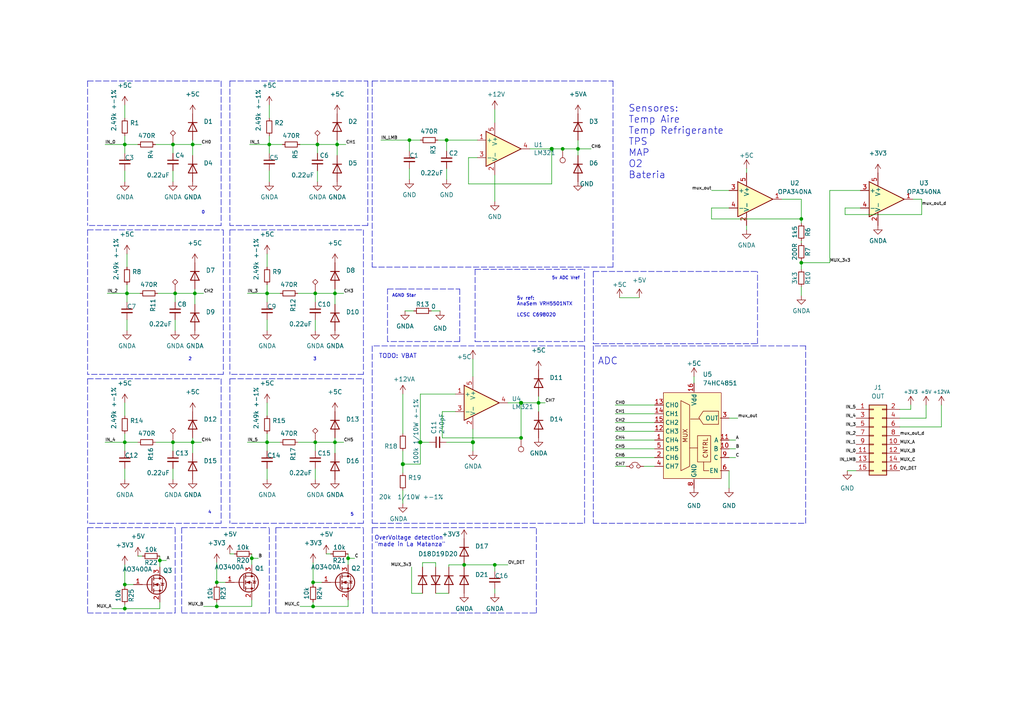
<source format=kicad_sch>
(kicad_sch (version 20211123) (generator eeschema)
  (paper "A4")
  (junction (at 55.88 128.27))
  (junction (at 91.44 85.09))
  (junction (at 92.075 41.91))
  (junction (at 151.13 116.84) (diameter 1.016))
  (junction (at 36.83 85.09))
  (junction (at 36.195 41.91))
  (junction (at 36.195 176.53))
  (junction (at 156.21 116.84))
  (junction (at 78.105 41.91))
  (junction (at 77.47 128.27))
  (junction (at 91.44 128.27))
  (junction (at 50.165 128.27))
  (junction (at 97.155 128.27))
  (junction (at 90.805 168.91))
  (junction (at 167.64 43.18))
  (junction (at 50.165 41.91))
  (junction (at 90.805 175.895))
  (junction (at 116.84 134.62) (diameter 1.016))
  (junction (at 100.965 161.925))
  (junction (at 77.47 85.09))
  (junction (at 55.88 41.91))
  (junction (at 73.025 161.925))
  (junction (at 232.41 76.2))
  (junction (at 129.54 40.64))
  (junction (at 151.13 127))
  (junction (at 137.16 128.27) (diameter 1.016))
  (junction (at 97.79 41.91))
  (junction (at 232.41 63.5))
  (junction (at 118.745 40.64))
  (junction (at 160.02 43.18) (diameter 1.016))
  (junction (at 134.62 163.83))
  (junction (at 163.195 43.18))
  (junction (at 46.355 162.56))
  (junction (at 62.865 175.895))
  (junction (at 97.155 85.09))
  (junction (at 62.865 168.91))
  (junction (at 36.195 169.545))
  (junction (at 121.92 128.27) (diameter 1.016))
  (junction (at 36.195 128.27))
  (junction (at 56.515 85.09))
  (junction (at 50.8 85.09))
  (junction (at 143.51 163.83))
  (polyline (pts (xy 233.68 100.33) (xy 172.085 100.33)) (stroke (width 0) (type dash)))
  (wire (pts (xy 240.665 55.245) (xy 249.555 55.245)))
  (wire (pts (xy 56.515 85.09) (xy 59.055 85.09)))
  (wire (pts (xy 55.88 41.91) (xy 55.88 45.085)))
  (polyline (pts (xy 25.4 153.035) (xy 50.8 153.035)))
  (wire (pts (xy 232.41 57.785) (xy 226.695 57.785)))
  (wire (pts (xy 55.88 128.27) (xy 58.42 128.27)))
  (wire (pts (xy 128.27 127) (xy 151.13 127)))
  (wire (pts (xy 30.48 41.91) (xy 36.195 41.91)))
  (wire (pts (xy 36.195 128.27) (xy 36.195 130.81)))
  (wire (pts (xy 206.375 63.5) (xy 232.41 63.5)))
  (polyline (pts (xy 80.01 153.035) (xy 105.41 153.035)))
  (wire (pts (xy 143.51 50.8) (xy 143.51 58.42)))
  (wire (pts (xy 36.83 82.55) (xy 36.83 85.09)))
  (wire (pts (xy 36.195 30.48) (xy 36.195 34.29)))
  (polyline (pts (xy 233.68 151.765) (xy 233.68 100.33)) (stroke (width 0) (type dash)))
  (polyline (pts (xy 155.575 177.8) (xy 155.575 153.035)))
  (wire (pts (xy 211.455 132.715) (xy 213.36 132.715)))
  (wire (pts (xy 77.47 128.27) (xy 81.28 128.27)))
  (polyline (pts (xy 116.205 83.82) (xy 133.35 83.82)))
  (wire (pts (xy 100.965 161.925) (xy 102.87 161.925)))
  (polyline (pts (xy 80.01 177.8) (xy 105.41 177.8)))
  (wire (pts (xy 122.555 163.195) (xy 126.365 163.195)))
  (wire (pts (xy 56.515 83.82) (xy 56.515 85.09)))
  (wire (pts (xy 92.075 49.53) (xy 92.075 52.705)))
  (wire (pts (xy 50.165 49.53) (xy 50.165 52.705)))
  (wire (pts (xy 97.155 127) (xy 97.155 128.27)))
  (wire (pts (xy 90.805 168.91) (xy 93.345 168.91)))
  (wire (pts (xy 77.47 128.27) (xy 77.47 130.81)))
  (wire (pts (xy 50.165 130.81) (xy 50.165 128.27)))
  (polyline (pts (xy 105.41 109.855) (xy 105.41 151.765)))
  (wire (pts (xy 45.72 85.09) (xy 50.8 85.09)))
  (wire (pts (xy 77.47 135.89) (xy 77.47 139.065)))
  (wire (pts (xy 73.025 160.655) (xy 73.025 161.925)))
  (wire (pts (xy 245.11 60.325) (xy 245.11 62.23)))
  (wire (pts (xy 156.21 116.84) (xy 156.21 119.38)))
  (wire (pts (xy 116.84 114.3) (xy 116.84 125.73)))
  (wire (pts (xy 36.195 125.73) (xy 36.195 128.27)))
  (polyline (pts (xy 137.795 99.06) (xy 169.545 99.06)))
  (wire (pts (xy 151.13 116.84) (xy 156.21 116.84)))
  (wire (pts (xy 92.075 44.45) (xy 92.075 41.91)))
  (polyline (pts (xy 172.085 78.74) (xy 172.085 99.695)))
  (wire (pts (xy 211.455 136.525) (xy 211.455 141.605)))
  (wire (pts (xy 71.755 128.27) (xy 77.47 128.27)))
  (wire (pts (xy 36.83 73.66) (xy 36.83 77.47)))
  (polyline (pts (xy 105.41 108.585) (xy 66.675 108.585)))
  (polyline (pts (xy 169.545 100.33) (xy 107.95 100.33)) (stroke (width 0) (type dash)))
  (polyline (pts (xy 133.35 99.06) (xy 112.395 99.06)))
  (polyline (pts (xy 172.085 78.74) (xy 219.71 78.74)))
  (polyline (pts (xy 78.105 177.8) (xy 78.105 153.035)))
  (wire (pts (xy 36.195 41.91) (xy 40.005 41.91)))
  (wire (pts (xy 137.16 128.27) (xy 137.16 124.46)))
  (wire (pts (xy 97.155 85.09) (xy 99.695 85.09)))
  (wire (pts (xy 178.435 127.635) (xy 189.865 127.635)))
  (wire (pts (xy 138.43 45.72) (xy 135.89 45.72)))
  (wire (pts (xy 126.365 163.195) (xy 126.365 164.465)))
  (wire (pts (xy 151.13 116.84) (xy 147.32 116.84)))
  (polyline (pts (xy 66.675 23.495) (xy 106.68 23.495)))
  (wire (pts (xy 178.435 135.255) (xy 181.61 135.255)))
  (wire (pts (xy 130.175 164.465) (xy 130.175 163.83)))
  (wire (pts (xy 66.675 160.655) (xy 67.945 160.655)))
  (wire (pts (xy 91.44 92.71) (xy 91.44 95.885)))
  (wire (pts (xy 77.47 85.09) (xy 81.28 85.09)))
  (polyline (pts (xy 106.68 23.495) (xy 106.68 65.405)))
  (wire (pts (xy 36.83 85.09) (xy 40.64 85.09)))
  (wire (pts (xy 73.025 161.925) (xy 73.025 163.83)))
  (polyline (pts (xy 25.4 23.495) (xy 64.135 23.495)))
  (wire (pts (xy 50.8 92.71) (xy 50.8 95.885)))
  (wire (pts (xy 143.51 165.735) (xy 143.51 163.83)))
  (polyline (pts (xy 107.95 100.33) (xy 107.95 151.765)) (stroke (width 0) (type dash)))
  (polyline (pts (xy 52.705 153.035) (xy 78.105 153.035)))
  (wire (pts (xy 211.455 130.175) (xy 213.36 130.175)))
  (wire (pts (xy 116.84 134.62) (xy 116.84 137.16)))
  (wire (pts (xy 71.755 85.09) (xy 77.47 85.09)))
  (wire (pts (xy 45.085 41.91) (xy 50.165 41.91)))
  (wire (pts (xy 92.075 41.91) (xy 97.79 41.91)))
  (wire (pts (xy 232.41 63.5) (xy 232.41 57.785)))
  (wire (pts (xy 232.41 76.2) (xy 232.41 78.105)))
  (wire (pts (xy 135.89 45.72) (xy 135.89 53.34)))
  (polyline (pts (xy 112.395 83.82) (xy 116.205 83.82)))
  (wire (pts (xy 91.44 135.89) (xy 91.44 139.065)))
  (wire (pts (xy 151.13 127) (xy 151.13 116.84)))
  (wire (pts (xy 73.025 161.925) (xy 74.93 161.925)))
  (wire (pts (xy 273.05 123.825) (xy 260.985 123.825)))
  (wire (pts (xy 90.805 163.195) (xy 90.805 168.91)))
  (wire (pts (xy 178.435 122.555) (xy 189.865 122.555)))
  (polyline (pts (xy 50.8 177.8) (xy 50.8 153.035)))
  (polyline (pts (xy 112.395 99.06) (xy 112.395 83.82)))
  (polyline (pts (xy 172.085 99.695) (xy 219.71 99.695)))
  (wire (pts (xy 78.105 41.91) (xy 81.915 41.91)))
  (wire (pts (xy 232.41 63.5) (xy 232.41 64.77)))
  (polyline (pts (xy 172.085 151.765) (xy 233.68 151.765)) (stroke (width 0) (type dash)))
  (polyline (pts (xy 64.77 66.675) (xy 64.77 108.585)))
  (wire (pts (xy 55.88 127) (xy 55.88 128.27)))
  (wire (pts (xy 117.475 90.17) (xy 120.015 90.17)))
  (wire (pts (xy 206.375 60.325) (xy 206.375 63.5)))
  (wire (pts (xy 121.92 114.3) (xy 121.92 128.27)))
  (wire (pts (xy 100.965 160.655) (xy 100.965 161.925)))
  (wire (pts (xy 50.8 87.63) (xy 50.8 85.09)))
  (wire (pts (xy 167.64 43.18) (xy 167.64 45.085)))
  (polyline (pts (xy 25.4 66.675) (xy 64.77 66.675)))
  (wire (pts (xy 97.79 41.91) (xy 97.79 45.085)))
  (wire (pts (xy 97.155 128.27) (xy 97.155 131.445)))
  (polyline (pts (xy 107.95 177.8) (xy 155.575 177.8)))
  (wire (pts (xy 211.455 60.325) (xy 206.375 60.325)))
  (wire (pts (xy 156.21 116.84) (xy 158.115 116.84)))
  (wire (pts (xy 130.175 163.83) (xy 134.62 163.83)))
  (wire (pts (xy 36.195 169.545) (xy 38.735 169.545)))
  (polyline (pts (xy 169.545 151.765) (xy 169.545 100.33)) (stroke (width 0) (type dash)))
  (wire (pts (xy 128.27 119.38) (xy 128.27 127)))
  (wire (pts (xy 121.92 114.3) (xy 132.08 114.3)))
  (wire (pts (xy 78.105 30.48) (xy 78.105 34.29)))
  (wire (pts (xy 62.865 175.895) (xy 73.025 175.895)))
  (polyline (pts (xy 64.135 65.405) (xy 25.4 65.405)))
  (wire (pts (xy 135.89 53.34) (xy 160.02 53.34)))
  (wire (pts (xy 36.195 175.26) (xy 36.195 176.53)))
  (wire (pts (xy 36.83 92.71) (xy 36.83 95.885)))
  (wire (pts (xy 86.995 175.895) (xy 90.805 175.895)))
  (wire (pts (xy 127 40.64) (xy 129.54 40.64)))
  (wire (pts (xy 62.865 174.625) (xy 62.865 175.895)))
  (wire (pts (xy 77.47 73.66) (xy 77.47 77.47)))
  (wire (pts (xy 160.02 53.34) (xy 160.02 43.18)))
  (wire (pts (xy 62.865 168.91) (xy 65.405 168.91)))
  (polyline (pts (xy 105.41 66.675) (xy 105.41 108.585)))
  (wire (pts (xy 167.64 43.18) (xy 171.45 43.18)))
  (wire (pts (xy 206.375 55.245) (xy 211.455 55.245)))
  (polyline (pts (xy 80.01 153.035) (xy 80.01 177.8)))
  (wire (pts (xy 143.51 170.815) (xy 143.51 172.085)))
  (wire (pts (xy 232.41 83.185) (xy 232.41 85.725)))
  (polyline (pts (xy 169.545 99.06) (xy 169.545 78.105)))
  (wire (pts (xy 134.62 163.83) (xy 134.62 164.465)))
  (wire (pts (xy 36.195 170.18) (xy 36.195 169.545)))
  (wire (pts (xy 46.355 162.56) (xy 46.355 164.465)))
  (polyline (pts (xy 105.41 177.8) (xy 105.41 153.035)))
  (wire (pts (xy 62.865 163.195) (xy 62.865 168.91)))
  (wire (pts (xy 36.195 41.91) (xy 36.195 44.45)))
  (wire (pts (xy 143.51 35.56) (xy 143.51 31.75)))
  (wire (pts (xy 240.665 76.2) (xy 240.665 55.245)))
  (wire (pts (xy 86.36 85.09) (xy 91.44 85.09)))
  (wire (pts (xy 36.83 85.09) (xy 36.83 87.63)))
  (polyline (pts (xy 172.085 100.33) (xy 172.085 151.765)) (stroke (width 0) (type dash)))
  (wire (pts (xy 249.555 60.325) (xy 245.11 60.325)))
  (wire (pts (xy 118.745 40.64) (xy 121.92 40.64)))
  (wire (pts (xy 97.79 40.64) (xy 97.79 41.91)))
  (wire (pts (xy 77.47 116.84) (xy 77.47 120.65)))
  (wire (pts (xy 46.355 161.29) (xy 46.355 162.56)))
  (polyline (pts (xy 105.41 151.765) (xy 66.675 151.765)))
  (polyline (pts (xy 25.4 153.035) (xy 25.4 177.8)))
  (wire (pts (xy 178.435 125.095) (xy 189.865 125.095)))
  (wire (pts (xy 178.435 120.015) (xy 189.865 120.015)))
  (polyline (pts (xy 66.675 23.495) (xy 66.675 65.405)))
  (polyline (pts (xy 107.95 153.035) (xy 155.575 153.035)))
  (wire (pts (xy 97.155 128.27) (xy 99.695 128.27)))
  (wire (pts (xy 134.62 163.83) (xy 143.51 163.83)))
  (wire (pts (xy 77.47 85.09) (xy 77.47 87.63)))
  (polyline (pts (xy 107.95 23.495) (xy 107.95 77.47)))
  (wire (pts (xy 36.195 176.53) (xy 46.355 176.53)))
  (polyline (pts (xy 133.35 83.82) (xy 133.35 99.06)))
  (wire (pts (xy 160.02 43.18) (xy 163.195 43.18)))
  (wire (pts (xy 91.44 87.63) (xy 91.44 85.09)))
  (polyline (pts (xy 107.95 151.765) (xy 169.545 151.765)) (stroke (width 0) (type dash)))
  (polyline (pts (xy 25.4 23.495) (xy 25.4 65.405)))
  (wire (pts (xy 50.165 41.91) (xy 55.88 41.91)))
  (wire (pts (xy 55.88 41.91) (xy 58.42 41.91)))
  (wire (pts (xy 245.745 136.525) (xy 248.285 136.525)))
  (wire (pts (xy 36.195 39.37) (xy 36.195 41.91)))
  (wire (pts (xy 56.515 85.09) (xy 56.515 88.265)))
  (wire (pts (xy 163.195 43.18) (xy 167.64 43.18)))
  (wire (pts (xy 86.995 41.91) (xy 92.075 41.91)))
  (polyline (pts (xy 137.795 78.105) (xy 169.545 78.105)))
  (wire (pts (xy 91.44 85.09) (xy 97.155 85.09)))
  (wire (pts (xy 40.005 161.29) (xy 41.275 161.29)))
  (polyline (pts (xy 64.135 23.495) (xy 64.135 65.405)))
  (wire (pts (xy 232.41 75.565) (xy 232.41 76.2)))
  (polyline (pts (xy 177.8 77.47) (xy 107.95 77.47)))
  (wire (pts (xy 118.745 48.895) (xy 118.745 52.07)))
  (wire (pts (xy 129.54 128.27) (xy 137.16 128.27)))
  (wire (pts (xy 167.64 40.64) (xy 167.64 43.18)))
  (wire (pts (xy 90.805 175.895) (xy 100.965 175.895)))
  (polyline (pts (xy 177.8 23.495) (xy 177.8 77.47)))
  (polyline (pts (xy 25.4 109.855) (xy 25.4 151.765)))
  (wire (pts (xy 137.16 130.81) (xy 137.16 128.27)))
  (polyline (pts (xy 66.675 109.855) (xy 105.41 109.855)))
  (wire (pts (xy 78.105 39.37) (xy 78.105 41.91)))
  (wire (pts (xy 97.79 41.91) (xy 100.33 41.91)))
  (wire (pts (xy 143.51 163.83) (xy 147.32 163.83)))
  (wire (pts (xy 62.865 169.545) (xy 62.865 168.91)))
  (polyline (pts (xy 66.675 66.675) (xy 66.675 108.585)))
  (wire (pts (xy 97.155 85.09) (xy 97.155 88.265)))
  (wire (pts (xy 110.49 40.64) (xy 118.745 40.64)))
  (wire (pts (xy 36.195 116.84) (xy 36.195 120.65)))
  (wire (pts (xy 178.435 117.475) (xy 189.865 117.475)))
  (wire (pts (xy 121.92 128.27) (xy 121.92 134.62)))
  (wire (pts (xy 216.535 48.895) (xy 216.535 50.165)))
  (wire (pts (xy 77.47 82.55) (xy 77.47 85.09)))
  (wire (pts (xy 116.84 130.81) (xy 116.84 134.62)))
  (wire (pts (xy 97.155 83.82) (xy 97.155 85.09)))
  (wire (pts (xy 264.16 118.745) (xy 260.985 118.745)))
  (wire (pts (xy 137.16 109.22) (xy 137.16 104.14)))
  (wire (pts (xy 186.69 135.255) (xy 189.865 135.255)))
  (wire (pts (xy 126.365 172.085) (xy 130.175 172.085)))
  (polyline (pts (xy 25.4 109.855) (xy 64.135 109.855)))
  (wire (pts (xy 46.355 162.56) (xy 48.26 162.56)))
  (polyline (pts (xy 106.68 65.405) (xy 66.675 65.405)))
  (wire (pts (xy 119.38 172.085) (xy 122.555 172.085)))
  (wire (pts (xy 94.615 160.655) (xy 95.885 160.655)))
  (wire (pts (xy 267.335 57.785) (xy 264.795 57.785)))
  (wire (pts (xy 178.435 130.175) (xy 189.865 130.175)))
  (wire (pts (xy 119.38 164.465) (xy 119.38 172.085)))
  (wire (pts (xy 129.54 40.64) (xy 129.54 43.815)))
  (wire (pts (xy 36.195 163.83) (xy 36.195 169.545)))
  (wire (pts (xy 59.055 175.895) (xy 62.865 175.895)))
  (wire (pts (xy 36.195 128.27) (xy 40.005 128.27)))
  (wire (pts (xy 232.41 69.85) (xy 232.41 70.485)))
  (wire (pts (xy 264.16 117.475) (xy 264.16 118.745)))
  (polyline (pts (xy 66.675 109.855) (xy 66.675 151.765)))
  (wire (pts (xy 78.105 41.91) (xy 78.105 44.45)))
  (wire (pts (xy 50.165 128.27) (xy 55.88 128.27)))
  (wire (pts (xy 78.105 49.53) (xy 78.105 52.705)))
  (wire (pts (xy 36.195 49.53) (xy 36.195 52.705)))
  (wire (pts (xy 73.025 173.99) (xy 73.025 175.895)))
  (wire (pts (xy 50.165 135.89) (xy 50.165 139.065)))
  (wire (pts (xy 55.88 40.64) (xy 55.88 41.91)))
  (wire (pts (xy 273.05 117.475) (xy 273.05 123.825)))
  (wire (pts (xy 46.355 174.625) (xy 46.355 176.53)))
  (polyline (pts (xy 64.77 108.585) (xy 25.4 108.585)))
  (wire (pts (xy 125.095 90.17) (xy 127.635 90.17)))
  (wire (pts (xy 216.535 65.405) (xy 216.535 66.675)))
  (wire (pts (xy 50.165 44.45) (xy 50.165 41.91)))
  (wire (pts (xy 91.44 128.27) (xy 97.155 128.27)))
  (wire (pts (xy 232.41 76.2) (xy 240.665 76.2)))
  (wire (pts (xy 30.48 128.27) (xy 36.195 128.27)))
  (polyline (pts (xy 64.135 151.765) (xy 25.4 151.765)))
  (wire (pts (xy 129.54 40.64) (xy 138.43 40.64)))
  (wire (pts (xy 50.8 85.09) (xy 56.515 85.09)))
  (wire (pts (xy 77.47 125.73) (xy 77.47 128.27)))
  (wire (pts (xy 86.36 128.27) (xy 91.44 128.27)))
  (wire (pts (xy 201.295 109.22) (xy 201.295 111.125)))
  (wire (pts (xy 91.44 130.81) (xy 91.44 128.27)))
  (polyline (pts (xy 25.4 177.8) (xy 50.8 177.8)))
  (wire (pts (xy 132.08 119.38) (xy 128.27 119.38)))
  (wire (pts (xy 90.805 169.545) (xy 90.805 168.91)))
  (wire (pts (xy 77.47 92.71) (xy 77.47 95.885)))
  (wire (pts (xy 160.02 43.18) (xy 153.67 43.18)))
  (wire (pts (xy 55.88 128.27) (xy 55.88 131.445)))
  (wire (pts (xy 124.46 128.27) (xy 121.92 128.27)))
  (polyline (pts (xy 52.705 177.8) (xy 78.105 177.8)))
  (wire (pts (xy 45.085 128.27) (xy 50.165 128.27)))
  (wire (pts (xy 178.435 132.715) (xy 189.865 132.715)))
  (wire (pts (xy 179.705 86.36) (xy 185.42 86.36)))
  (wire (pts (xy 121.92 134.62) (xy 116.84 134.62)))
  (wire (pts (xy 32.385 176.53) (xy 36.195 176.53)))
  (wire (pts (xy 122.555 164.465) (xy 122.555 163.195)))
  (polyline (pts (xy 66.675 66.675) (xy 105.41 66.675)))
  (polyline (pts (xy 64.135 109.855) (xy 64.135 151.765)))
  (wire (pts (xy 267.335 62.23) (xy 267.335 57.785)))
  (wire (pts (xy 245.11 62.23) (xy 267.335 62.23)))
  (wire (pts (xy 129.54 48.895) (xy 129.54 52.07)))
  (polyline (pts (xy 219.71 99.695) (xy 219.71 78.74)))
  (wire (pts (xy 156.21 114.935) (xy 156.21 116.84)))
  (polyline (pts (xy 137.795 78.105) (xy 137.795 99.06)))
  (wire (pts (xy 90.805 174.625) (xy 90.805 175.895)))
  (polyline (pts (xy 107.95 23.495) (xy 177.8 23.495)))
  (wire (pts (xy 211.455 121.285) (xy 213.995 121.285)))
  (wire (pts (xy 118.745 40.64) (xy 118.745 43.815)))
  (wire (pts (xy 31.115 85.09) (xy 36.83 85.09)))
  (wire (pts (xy 268.605 117.475) (xy 268.605 121.285)))
  (wire (pts (xy 268.605 121.285) (xy 260.985 121.285)))
  (wire (pts (xy 36.195 135.89) (xy 36.195 139.065)))
  (polyline (pts (xy 52.705 153.035) (xy 52.705 177.8)))
  (polyline (pts (xy 107.95 153.035) (xy 107.95 177.8)))
  (wire (pts (xy 116.84 142.24) (xy 116.84 146.05)))
  (polyline (pts (xy 25.4 66.675) (xy 25.4 108.585)))
  (wire (pts (xy 100.965 173.99) (xy 100.965 175.895)))
  (wire (pts (xy 211.455 127.635) (xy 213.36 127.635)))
  (wire (pts (xy 72.39 41.91) (xy 78.105 41.91)))
  (wire (pts (xy 100.965 161.925) (xy 100.965 163.83)))
  (text "OverVoltage detection\n\"made in La Matanza\"" (at 108.585 158.75 0) (effects (font (size 1.2 1.2)) (justify left bottom)))
  (text "Sensores:\nTemp Aire\nTemp Refrigerante\nTPS\nMAP\nO2\nBateria\n" (at 182.245 52.07 0) (effects (font (size 2 2)) (justify left bottom)))
  (text "5v ADC Vref" (at 160.02 81.28 0) (effects (font (size 0.889 0.889)) (justify left bottom)))
  (text "AGND Star" (at 113.665 86.36 0) (effects (font (size 0.889 0.889)) (justify left bottom)))
  (text "5v ref:\nAnaSem VRH5501NTX\n\nLCSC C698020" (at 149.86 92.075 0) (effects (font (size 1 1)) (justify left bottom)))
  (text "0" (at 58.42 62.23 0) (effects (font (size 0.889 0.889)) (justify left bottom)))
  (text "2" (at 54.61 104.775 0) (effects (font (size 0.889 0.889)) (justify left bottom)))
  (text "ADC" (at 173.355 106.045 0) (effects (font (size 2 2)) (justify left bottom)))
  (text "4" (at 60.325 149.225 0) (effects (font (size 0.889 0.889)) (justify left bottom)))
  (text "3" (at 90.805 104.775 0) (effects (font (size 0.889 0.889)) (justify left bottom)))
  (text "TODO: VBAT" (at 109.855 104.14 0) (effects (font (size 1.27 1.27)) (justify left bottom)))
  (text "5" (at 101.6 149.86 0) (effects (font (size 0.889 0.889)) (justify left bottom)))
  (label "CH3" (at 99.695 85.09 0) (effects (font (size 0.889 0.889))))
  (label "CH4" (at 178.435 127.635 0) (effects (font (size 0.889 0.889))))
  (label "mux_out" (at 213.995 121.285 0) (effects (font (size 0.889 0.889))))
  (label "IN_0" (at 248.285 131.445 180) (effects (font (size 0.889 0.889))))
  (label "IN_3" (at 248.285 123.825 180) (effects (font (size 0.889 0.889))))
  (label "mux_out_d" (at 267.335 59.69 0) (effects (font (size 0.889 0.889))))
  (label "OV_DET" (at 147.32 163.83 0) (effects (font (size 0.889 0.889))))
  (label "CH2" (at 59.055 85.09 0) (effects (font (size 0.889 0.889))))
  (label "IN_2" (at 31.115 85.09 0) (effects (font (size 0.889 0.889))))
  (label "CH5" (at 178.435 130.175 0) (effects (font (size 0.889 0.889))))
  (label "B" (at 213.36 130.175 0) (effects (font (size 0.889 0.889))))
  (label "CH2" (at 178.435 122.555 0) (effects (font (size 0.889 0.889))))
  (label "IN_1" (at 72.39 41.91 0) (effects (font (size 0.889 0.889))))
  (label "CH6" (at 171.45 43.18 0) (effects (font (size 0.889 0.889))))
  (label "MUX_A" (at 32.385 176.53 180) (effects (font (size 0.889 0.889))))
  (label "CH1" (at 100.33 41.91 0) (effects (font (size 0.889 0.889))))
  (label "mux_out_d" (at 260.985 126.365 0) (effects (font (size 0.889 0.889))))
  (label "CH1" (at 178.435 120.015 0) (effects (font (size 0.889 0.889))))
  (label "IN_LMB" (at 248.285 133.985 180) (effects (font (size 0.889 0.889))))
  (label "IN_2" (at 248.285 126.365 180) (effects (font (size 0.889 0.889))))
  (label "CH4" (at 58.42 128.27 0) (effects (font (size 0.889 0.889))))
  (label "IN_LMB" (at 110.49 40.64 0) (effects (font (size 0.889 0.889))))
  (label "IN_0" (at 30.48 41.91 0) (effects (font (size 0.889 0.889))))
  (label "B" (at 74.93 161.925 0) (effects (font (size 0.889 0.889))))
  (label "CH6" (at 178.435 132.715 0) (effects (font (size 0.889 0.889))))
  (label "CH7" (at 158.115 116.84 0) (effects (font (size 0.889 0.889))))
  (label "OV_DET" (at 260.985 136.525 0) (effects (font (size 0.889 0.889))))
  (label "CH3" (at 178.435 125.095 0) (effects (font (size 0.889 0.889))))
  (label "IN_5" (at 248.285 118.745 180) (effects (font (size 0.889 0.889))))
  (label "C" (at 102.87 161.925 0) (effects (font (size 0.889 0.889))))
  (label "CH7" (at 178.435 135.255 0) (effects (font (size 0.889 0.889))))
  (label "IN_4" (at 248.285 121.285 180) (effects (font (size 0.889 0.889))))
  (label "CH0" (at 178.435 117.475 0) (effects (font (size 0.889 0.889))))
  (label "A" (at 48.26 162.56 0) (effects (font (size 0.889 0.889))))
  (label "IN_3" (at 71.755 85.09 0) (effects (font (size 0.889 0.889))))
  (label "MUX_3v3" (at 240.665 76.2 0) (effects (font (size 0.889 0.889))))
  (label "CH0" (at 58.42 41.91 0) (effects (font (size 0.889 0.889))))
  (label "C" (at 213.36 132.715 0) (effects (font (size 0.889 0.889))))
  (label "MUX_B" (at 59.055 175.895 180) (effects (font (size 0.889 0.889))))
  (label "mux_out" (at 206.375 55.245 180) (effects (font (size 0.889 0.889))))
  (label "CH5" (at 99.695 128.27 0) (effects (font (size 0.889 0.889))))
  (label "IN_1" (at 248.285 128.905 180) (effects (font (size 0.889 0.889))))
  (label "IN_5" (at 71.755 128.27 0) (effects (font (size 0.889 0.889))))
  (label "A" (at 213.36 127.635 0) (effects (font (size 0.889 0.889))))
  (label "MUX_C" (at 260.985 133.985 0) (effects (font (size 0.889 0.889))))
  (label "MUX_A" (at 260.985 128.905 0) (effects (font (size 0.889 0.889))))
  (label "MUX_C" (at 86.995 175.895 180) (effects (font (size 0.889 0.889))))
  (label "IN_4" (at 30.48 128.27 0) (effects (font (size 0.889 0.889))))
  (label "MUX_B" (at 260.985 131.445 0) (effects (font (size 0.889 0.889))))
  (label "MUX_3v3" (at 119.38 164.465 180) (effects (font (size 0.889 0.889))))
  (symbol (lib_id "power:+5V") (at 185.42 86.36 0) (unit 1)
    (property "Reference" "#PWR0163" (effects hide))
    (property "Value" "+5V" (at 185.42 81.28 0))
  )
  (symbol (lib_id "power:+3V3") (at 36.195 163.83 0) (unit 1)
    (property "Reference" "#PWR0131" (effects hide))
    (property "Value" "+3V3" (at 36.195 158.115 0))
  )
  (symbol (lib_id "power:+5C") (at 36.195 116.84 0) (unit 1)
    (property "Reference" "#PWR0139" (effects hide))
    (property "Value" "+5C" (at 36.195 111.125 0))
  )
  (symbol (lib_id "Device:C_Small") (at 143.51 168.275 0) (unit 1) (in_bom no) (on_board no)
    (property "Reference" "C16" (at 143.51 167.005 0) (effects (justify left)))
    (property "Value" "100nF" (effects hide))
    (property "Footprint" "Capacitor_SMD:C_0805_2012Metric" (effects hide))
    (property "LCSC" "C49678" (effects hide))
  )
  (symbol (lib_id "power:GND") (at 201.295 141.605 0) (unit 1)
    (property "Reference" "#PWR0116" (effects hide))
    (property "Value" "GND" (at 201.295 146.685 0))
  )
  (symbol (lib_id "power:+5C") (at 216.535 48.895 0) (unit 1)
    (property "Reference" "#PWR0108" (effects hide))
    (property "Value" "+5C" (at 216.535 45.085 0))
  )
  (symbol (lib_id "OpenEFI-STM32-rev3:74HC4851") (at 174.625 141.605 0) (unit 1)
    (property "Reference" "U5" (at 203.8224 108.585 0) (effects (justify left)))
    (property "Value" "74HC4851" (at 203.8224 111.125 0) (effects (justify left)))
    (property "Footprint" "Package_SO:SOIC-16_3.9x9.9mm_P1.27mm" (effects hide))
    (property "LCSC" "C233468" (effects hide))
  )
  (symbol (lib_id "power:GNDA") (at 232.41 85.725 0) (unit 1)
    (property "Reference" "#PWR0107" (effects hide))
    (property "Value" "GNDA" (at 232.41 90.17 0))
  )
  (symbol (lib_id "Device:R_Small") (at 62.865 172.085 0) (mirror x) (unit 1)
    (property "Reference" "R23" (at 64.77 172.085 90))
    (property "Value" "10k" (at 60.96 172.085 90))
    (property "Footprint" "Resistor_SMD:R_0603_1608Metric" (effects hide))
  )
  (symbol (lib_id "power:GNDA") (at 254.635 65.405 0) (unit 1)
    (property "Reference" "#PWR0122" (effects hide))
    (property "Value" "GNDA" (at 254.635 69.85 0))
  )
  (symbol (lib_id "power:+5C") (at 97.79 33.02 0) (unit 1)
    (property "Reference" "#PWR0148" (effects hide))
    (property "Value" "+5C" (at 97.79 27.305 0))
  )
  (symbol (lib_id "Diode:BAS316") (at 97.155 80.01 270) (unit 1)
    (property "Reference" "D8" (at 100.33 78.4224 90) (effects (justify left)))
    (property "Value" "K26" (effects hide))
    (property "Footprint" "Diode_SMD:D_SOD-323" (effects hide))
    (property "Datasheet" "https://assets.nexperia.com/documents/data-sheet/BAS16_SER.pdf" (effects hide))
    (property "LCSC" "C2922179" (effects hide))
  )
  (symbol (lib_id "power:GNDA") (at 156.21 127 0) (unit 1)
    (property "Reference" "#PWR0110" (effects hide))
    (property "Value" "GNDA" (at 156.21 131.445 0))
  )
  (symbol (lib_id "Amplifier_Operational:LM321") (at 139.7 116.84 0) (unit 1)
    (property "Reference" "U4" (at 148.4376 115.6716 0) (effects (justify left)))
    (property "Value" "LM321" (at 148.4376 117.983 0) (effects (justify left)))
    (property "Footprint" "Package_TO_SOT_SMD:SOT-23-5" (effects hide))
    (property "Datasheet" "http://www.ti.com/lit/ds/symlink/lm321.pdf" (effects hide))
  )
  (symbol (lib_id "Device:C_Small") (at 129.54 46.355 0) (unit 1)
    (property "Reference" "C2" (at 130.175 44.45 0) (effects (justify left)))
    (property "Value" "0.22uF" (at 121.92 50.165 0) (effects (justify left)))
    (property "Footprint" "Capacitor_SMD:C_0603_1608Metric" (effects hide))
  )
  (symbol (lib_id "power:+5V") (at 66.675 160.655 0) (unit 1)
    (property "Reference" "#PWR0137" (effects hide))
    (property "Value" "+5V" (at 66.675 154.94 0))
  )
  (symbol (lib_id "power:+3V3") (at 254.635 50.165 0) (unit 1)
    (property "Reference" "#PWR0121" (effects hide))
    (property "Value" "+3V3" (at 254.635 44.45 0))
  )
  (symbol (lib_id "power:GND") (at 127.635 90.17 0) (unit 1)
    (property "Reference" "#PWR0114" (effects hide))
    (property "Value" "GND" (at 127.635 95.25 0))
  )
  (symbol (lib_id "Transistor_FET:AO3400A") (at 70.485 168.91 0) (unit 1)
    (property "Reference" "Q1" (at 73.914 164.8459 0) (effects (justify left)))
    (property "Value" "AO3400A" (at 62.23 164.465 0) (effects (justify left)))
    (property "Footprint" "Package_TO_SOT_SMD:SOT-23" (effects hide))
    (property "Datasheet" "http://www.aosmd.com/pdfs/datasheet/AO3400A.pdf" (effects hide))
    (property "LCSC" "C347475" (effects hide))
  )
  (symbol (lib_id "power:GND") (at 129.54 52.07 0) (unit 1)
    (property "Reference" "#PWR0141" (effects hide))
    (property "Value" "GND" (at 129.54 56.515 0))
  )
  (symbol (lib_id "Connector:TestPoint_Alt") (at 92.075 41.91 0) (unit 1)
    (property "Reference" "TP2" (effects hide))
    (property "Value" "TestPoint_Alt" (effects hide))
    (property "Footprint" "TestPoint:TestPoint_THTPad_1.0x1.0mm_Drill0.5mm" (effects hide))
  )
  (symbol (lib_id "Device:R_Small") (at 42.545 41.91 270) (unit 1)
    (property "Reference" "R4" (at 43.7134 43.4086 0) (effects (justify left)))
    (property "Value" "470R" (at 40.005 39.37 90) (effects (justify left)))
    (property "Footprint" "Resistor_SMD:R_0603_1608Metric" (effects hide))
  )
  (symbol (lib_id "Device:R_Small") (at 36.195 172.72 0) (mirror x) (unit 1)
    (property "Reference" "R25" (at 38.1 172.72 90))
    (property "Value" "10k" (at 34.29 172.72 90))
    (property "Footprint" "Resistor_SMD:R_0603_1608Metric" (effects hide))
  )
  (symbol (lib_id "power:+3V3") (at 90.805 163.195 0) (unit 1)
    (property "Reference" "#PWR0138" (effects hide))
    (property "Value" "+3V3" (at 90.805 157.48 0))
  )
  (symbol (lib_id "power:GND") (at 143.51 58.42 0) (unit 1)
    (property "Reference" "#PWR0165" (effects hide))
    (property "Value" "GND" (at 143.51 62.865 0))
  )
  (symbol (lib_id "Connector:TestPoint_Alt") (at 91.44 85.09 0) (unit 1)
    (property "Reference" "TP5" (effects hide))
    (property "Value" "TestPoint_Alt" (effects hide))
    (property "Footprint" "TestPoint:TestPoint_THTPad_1.0x1.0mm_Drill0.5mm" (effects hide))
  )
  (symbol (lib_id "Diode:BAS316") (at 134.62 160.02 270) (unit 1) (in_bom no) (on_board no)
    (property "Reference" "D17" (at 137.795 158.4324 90) (effects (justify left)))
    (property "Value" "K26" (effects hide))
    (property "Footprint" "Diode_SMD:D_SOD-323" (effects hide))
    (property "Datasheet" "https://assets.nexperia.com/documents/data-sheet/BAS16_SER.pdf" (effects hide))
    (property "LCSC" "C2922179" (effects hide))
  )
  (symbol (lib_id "Device:C_Small") (at 91.44 90.17 0) (unit 1)
    (property "Reference" "C10" (at 92.075 88.265 0) (effects (justify left)))
    (property "Value" "0.22uF" (at 83.82 93.98 0) (effects (justify left)))
    (property "Footprint" "Capacitor_SMD:C_0603_1608Metric" (effects hide))
  )
  (symbol (lib_id "power:GNDA") (at 91.44 139.065 0) (unit 1)
    (property "Reference" "#PWR0125" (effects hide))
    (property "Value" "GNDA" (at 91.44 143.51 0))
  )
  (symbol (lib_id "Connector:TestPoint_Alt") (at 50.165 41.91 0) (unit 1)
    (property "Reference" "TP1" (effects hide))
    (property "Value" "TestPoint_Alt" (effects hide))
    (property "Footprint" "TestPoint:TestPoint_THTPad_1.0x1.0mm_Drill0.5mm" (effects hide))
  )
  (symbol (lib_id "Connector:TestPoint_Alt") (at 50.165 128.27 0) (unit 1)
    (property "Reference" "TP7" (effects hide))
    (property "Value" "TestPoint_Alt" (effects hide))
    (property "Footprint" "TestPoint:TestPoint_THTPad_1.0x1.0mm_Drill0.5mm" (effects hide))
  )
  (symbol (lib_id "power:+5C") (at 77.47 116.84 0) (unit 1)
    (property "Reference" "#PWR0150" (effects hide))
    (property "Value" "+5C" (at 77.47 111.125 0))
  )
  (symbol (lib_id "power:GND") (at 167.64 52.705 0) (unit 1)
    (property "Reference" "#PWR0167" (effects hide))
    (property "Value" "GND" (at 170.18 53.34 0))
  )
  (symbol (lib_id "power:GND") (at 118.745 52.07 0) (unit 1)
    (property "Reference" "#PWR0143" (effects hide))
    (property "Value" "GND" (at 118.745 56.515 0))
  )
  (symbol (lib_id "Diode:BAS316") (at 55.88 48.895 270) (unit 1)
    (property "Reference" "D4" (at 59.055 47.3074 90) (effects (justify left)))
    (property "Value" "K26" (effects hide))
    (property "Footprint" "Diode_SMD:D_SOD-323" (effects hide))
    (property "Datasheet" "https://assets.nexperia.com/documents/data-sheet/BAS16_SER.pdf" (effects hide))
    (property "LCSC" "C2922179" (effects hide))
  )
  (symbol (lib_id "power:GNDA") (at 97.79 52.705 0) (unit 1)
    (property "Reference" "#PWR0146" (effects hide))
    (property "Value" "GNDA" (at 97.79 57.15 0))
  )
  (symbol (lib_id "Connector:TestPoint_Alt") (at 50.8 85.09 0) (unit 1)
    (property "Reference" "TP4" (effects hide))
    (property "Value" "TestPoint_Alt" (effects hide))
    (property "Footprint" "TestPoint:TestPoint_THTPad_1.0x1.0mm_Drill0.5mm" (effects hide))
  )
  (symbol (lib_id "power:+5C") (at 36.195 30.48 0) (unit 1)
    (property "Reference" "#PWR0160" (effects hide))
    (property "Value" "+5C" (at 36.195 24.765 0))
  )
  (symbol (lib_id "power:+5VA") (at 167.64 33.02 0) (unit 1)
    (property "Reference" "#PWR0162" (effects hide))
    (property "Value" "+5VA" (at 167.64 27.305 0))
  )
  (symbol (lib_id "Device:R_Small") (at 78.105 36.83 180) (unit 1)
    (property "Reference" "R2" (at 79.6036 35.6616 0) (effects (justify right)))
    (property "Value" "2.49k +-1%" (at 74.93 38.1 90) (effects (justify right)))
    (property "Footprint" "Resistor_SMD:R_0603_1608Metric" (effects hide))
  )
  (symbol (lib_id "power:GNDA") (at 36.83 95.885 0) (unit 1)
    (property "Reference" "#PWR0140" (effects hide))
    (property "Value" "GNDA" (at 36.83 100.33 0))
  )
  (symbol (lib_id "Device:R_Small") (at 232.41 73.025 0) (mirror x) (unit 1)
    (property "Reference" "R7" (at 234.315 73.025 90))
    (property "Value" "200R" (at 230.505 73.025 90))
    (property "Footprint" "Resistor_SMD:R_0603_1608Metric" (effects hide))
  )
  (symbol (lib_id "power:GNDA") (at 97.155 139.065 0) (unit 1)
    (property "Reference" "#PWR0126" (effects hide))
    (property "Value" "GNDA" (at 97.155 143.51 0))
  )
  (symbol (lib_id "power:+5C") (at 97.155 119.38 0) (unit 1)
    (property "Reference" "#PWR0127" (effects hide))
    (property "Value" "+5C" (at 97.155 113.665 0))
  )
  (symbol (lib_id "Device:R_Small") (at 83.82 128.27 270) (unit 1)
    (property "Reference" "R17" (at 84.9884 129.7686 0) (effects (justify left)))
    (property "Value" "470R" (at 81.28 125.73 90) (effects (justify left)))
    (property "Footprint" "Resistor_SMD:R_0603_1608Metric" (effects hide))
  )
  (symbol (lib_id "Device:R_Small") (at 83.82 85.09 270) (unit 1)
    (property "Reference" "R12" (at 84.9884 86.5886 0) (effects (justify left)))
    (property "Value" "470R" (at 81.28 82.55 90) (effects (justify left)))
    (property "Footprint" "Resistor_SMD:R_0603_1608Metric" (effects hide))
  )
  (symbol (lib_id "power:GNDA") (at 36.195 52.705 0) (unit 1)
    (property "Reference" "#PWR0149" (effects hide))
    (property "Value" "GNDA" (at 36.195 57.15 0))
  )
  (symbol (lib_id "Device:R_Small") (at 36.83 80.01 180) (unit 1)
    (property "Reference" "R8" (at 38.3286 78.8416 0) (effects (justify right)))
    (property "Value" "2.49k +-1%" (at 33.655 81.28 90) (effects (justify right)))
    (property "Footprint" "Resistor_SMD:R_0603_1608Metric" (effects hide))
  )
  (symbol (lib_id "Diode:BAS316") (at 97.79 48.895 270) (unit 1)
    (property "Reference" "D5" (at 100.965 47.3074 90) (effects (justify left)))
    (property "Value" "K26" (effects hide))
    (property "Footprint" "Diode_SMD:D_SOD-323" (effects hide))
    (property "Datasheet" "https://assets.nexperia.com/documents/data-sheet/BAS16_SER.pdf" (effects hide))
    (property "LCSC" "C2922179" (effects hide))
  )
  (symbol (lib_id "power:+5C") (at 201.295 109.22 0) (unit 1)
    (property "Reference" "#PWR0115" (effects hide))
    (property "Value" "+5C" (at 201.295 105.41 0))
  )
  (symbol (lib_id "Connector:TestPoint") (at 163.195 43.18 180) (unit 1)
    (property "Reference" "TP3" (effects hide))
    (property "Value" "TestPoint" (effects hide))
    (property "Footprint" "TestPoint:TestPoint_Pad_2.0x2.0mm" (effects hide))
  )
  (symbol (lib_id "Device:C_Small") (at 91.44 133.35 0) (unit 1)
    (property "Reference" "C15" (at 92.075 131.445 0) (effects (justify left)))
    (property "Value" "0.22uF" (at 83.82 137.16 0) (effects (justify left)))
    (property "Footprint" "Capacitor_SMD:C_0603_1608Metric" (effects hide))
  )
  (symbol (lib_id "power:GNDA") (at 78.105 52.705 0) (unit 1)
    (property "Reference" "#PWR0144" (effects hide))
    (property "Value" "GNDA" (at 78.105 57.15 0))
  )
  (symbol (lib_id "Device:R_Small") (at 77.47 123.19 180) (unit 1)
    (property "Reference" "R15" (at 78.9686 122.0216 0) (effects (justify right)))
    (property "Value" "2.49k +-1%" (at 74.295 124.46 90) (effects (justify right)))
    (property "Footprint" "Resistor_SMD:R_0603_1608Metric" (effects hide))
  )
  (symbol (lib_id "power:+5C") (at 56.515 76.2 0) (unit 1)
    (property "Reference" "#PWR0155" (effects hide))
    (property "Value" "+5C" (at 56.515 70.485 0))
  )
  (symbol (lib_id "power:GNDA") (at 91.44 95.885 0) (unit 1)
    (property "Reference" "#PWR0135" (effects hide))
    (property "Value" "GNDA" (at 91.44 100.33 0))
  )
  (symbol (lib_id "Device:R_Small") (at 36.195 36.83 180) (unit 1)
    (property "Reference" "R1" (at 37.6936 35.6616 0) (effects (justify right)))
    (property "Value" "2.49k +-1%" (at 33.02 38.1 90) (effects (justify right)))
    (property "Footprint" "Resistor_SMD:R_0603_1608Metric" (effects hide))
  )
  (symbol (lib_id "power:GNDA") (at 50.165 52.705 0) (unit 1)
    (property "Reference" "#PWR0158" (effects hide))
    (property "Value" "GNDA" (at 50.165 57.15 0))
  )
  (symbol (lib_id "power:+5V") (at 268.605 117.475 0) (unit 1)
    (property "Reference" "#PWR0120" (effects hide))
    (property "Value" "+5V" (at 268.605 113.665 0) (effects (font (size 1 1))))
  )
  (symbol (lib_id "power:+5C") (at 55.88 119.38 0) (unit 1)
    (property "Reference" "#PWR0151" (effects hide))
    (property "Value" "+5C" (at 55.88 113.665 0))
  )
  (symbol (lib_id "power:GNDA") (at 56.515 95.885 0) (unit 1)
    (property "Reference" "#PWR0134" (effects hide))
    (property "Value" "GNDA" (at 56.515 100.33 0))
  )
  (symbol (lib_id "power:+5V") (at 40.005 161.29 0) (unit 1)
    (property "Reference" "#PWR0132" (effects hide))
    (property "Value" "+5V" (at 40.005 155.575 0))
  )
  (symbol (lib_id "Device:R_Small") (at 116.84 128.27 180) (unit 1)
    (property "Reference" "R18" (at 115.3414 129.4384 0) (effects (justify left)))
    (property "Value" "100k 1/10W +-1%" (at 120.65 115.57 90) (effects (justify left)))
    (property "Footprint" "Resistor_SMD:R_0603_1608Metric" (effects hide))
    (property "LCSC" "C217840" (effects hide))
  )
  (symbol (lib_id "power:GNDA") (at 116.84 146.05 0) (unit 1)
    (property "Reference" "#PWR0102" (effects hide))
    (property "Value" "GNDA" (at 115.57 150.495 0))
  )
  (symbol (lib_id "power:+5C") (at 55.88 33.02 0) (unit 1)
    (property "Reference" "#PWR0161" (effects hide))
    (property "Value" "+5C" (at 55.88 27.305 0))
  )
  (symbol (lib_id "Diode:BAS316") (at 126.365 168.275 90) (unit 1) (in_bom no) (on_board no)
    (property "Reference" "D19" (at 125.095 160.655 90) (effects (justify right)))
    (property "Value" "K26" (effects hide))
    (property "Footprint" "Diode_SMD:D_SOD-323" (effects hide))
    (property "Datasheet" "https://assets.nexperia.com/documents/data-sheet/BAS16_SER.pdf" (effects hide))
    (property "LCSC" "C2922179" (effects hide))
  )
  (symbol (lib_id "Diode:BAS316") (at 56.515 92.075 270) (unit 1)
    (property "Reference" "D9" (at 59.69 90.4874 90) (effects (justify left)))
    (property "Value" "K26" (effects hide))
    (property "Footprint" "Diode_SMD:D_SOD-323" (effects hide))
    (property "Datasheet" "https://assets.nexperia.com/documents/data-sheet/BAS16_SER.pdf" (effects hide))
    (property "LCSC" "C2922179" (effects hide))
  )
  (symbol (lib_id "power:GNDA") (at 55.88 139.065 0) (unit 1)
    (property "Reference" "#PWR0129" (effects hide))
    (property "Value" "GNDA" (at 55.88 143.51 0))
  )
  (symbol (lib_id "Device:C_Small") (at 118.745 46.355 0) (unit 1)
    (property "Reference" "C1" (at 118.745 45.085 0) (effects (justify left)))
    (property "Value" "100nF" (effects hide))
    (property "Footprint" "Capacitor_SMD:C_0805_2012Metric" (effects hide))
    (property "LCSC" "C49678" (effects hide))
  )
  (symbol (lib_id "power:GNDA") (at 36.195 139.065 0) (unit 1)
    (property "Reference" "#PWR0130" (effects hide))
    (property "Value" "GNDA" (at 36.195 143.51 0))
  )
  (symbol (lib_id "Device:R_Small") (at 232.41 67.31 0) (mirror x) (unit 1)
    (property "Reference" "R6" (at 234.315 67.31 90))
    (property "Value" "1k5" (at 230.505 67.31 90))
    (property "Footprint" "Resistor_SMD:R_0603_1608Metric" (effects hide))
  )
  (symbol (lib_id "Diode:BAS316") (at 167.64 36.83 270) (unit 1)
    (property "Reference" "D3" (at 170.815 35.2424 90) (effects (justify left)))
    (property "Value" "K26" (effects hide))
    (property "Footprint" "Diode_SMD:D_SOD-323" (effects hide))
    (property "Datasheet" "https://assets.nexperia.com/documents/data-sheet/BAS16_SER.pdf" (effects hide))
    (property "LCSC" "C2922179" (effects hide))
  )
  (symbol (lib_id "Device:C_Small") (at 50.165 133.35 0) (unit 1)
    (property "Reference" "C13" (at 50.8 131.445 0) (effects (justify left)))
    (property "Value" "0.22uF" (at 42.545 137.16 0) (effects (justify left)))
    (property "Footprint" "Capacitor_SMD:C_0603_1608Metric" (effects hide))
  )
  (symbol (lib_id "Device:R_Small") (at 116.84 139.7 0) (unit 1)
    (property "Reference" "R19" (at 118.3386 138.5316 0) (effects (justify left)))
    (property "Value" "20k  1/10W +-1%" (at 109.855 144.145 0) (effects (justify left)))
    (property "Footprint" "Resistor_SMD:R_0603_1608Metric" (effects hide))
  )
  (symbol (lib_id "Device:R_Small") (at 36.195 123.19 180) (unit 1)
    (property "Reference" "R14" (at 37.6936 122.0216 0) (effects (justify right)))
    (property "Value" "2.49k +-1%" (at 33.02 124.46 90) (effects (justify right)))
    (property "Footprint" "Resistor_SMD:R_0603_1608Metric" (effects hide))
  )
  (symbol (lib_id "Device:R_Small") (at 43.815 161.29 90) (mirror x) (unit 1)
    (property "Reference" "R22" (at 43.815 163.195 90))
    (property "Value" "10k" (at 43.815 159.385 90))
    (property "Footprint" "Resistor_SMD:R_0603_1608Metric" (effects hide))
  )
  (symbol (lib_id "Amplifier_Operational:OPA340NA") (at 257.175 57.785 0) (unit 1)
    (property "Reference" "U3" (at 267.97 53.086 0))
    (property "Value" "OPA340NA" (at 267.97 55.626 0))
    (property "Footprint" "Package_TO_SOT_SMD:SOT-23-5" (effects hide))
    (property "Datasheet" "http://www.ti.com/lit/ds/symlink/opa340.pdf" (effects hide))
  )
  (symbol (lib_id "Device:C_Small") (at 36.195 133.35 0) (unit 1)
    (property "Reference" "C12" (at 36.195 132.08 0) (effects (justify left)))
    (property "Value" "100nF" (effects hide))
    (property "Footprint" "Capacitor_SMD:C_0805_2012Metric" (effects hide))
    (property "LCSC" "C49678" (effects hide))
  )
  (symbol (lib_id "Connector:TestPoint") (at 151.13 127 180) (unit 1)
    (property "Reference" "TP6" (effects hide))
    (property "Value" "TestPoint" (effects hide))
    (property "Footprint" "TestPoint:TestPoint_Pad_2.0x2.0mm" (effects hide))
  )
  (symbol (lib_id "power:+3V3") (at 62.865 163.195 0) (unit 1)
    (property "Reference" "#PWR0133" (effects hide))
    (property "Value" "+3V3" (at 62.865 157.48 0))
  )
  (symbol (lib_id "Diode:BAS316") (at 156.21 111.125 270) (unit 1)
    (property "Reference" "D11" (at 159.385 109.5374 90) (effects (justify left)))
    (property "Value" "K26" (effects hide))
    (property "Footprint" "Diode_SMD:D_SOD-323" (effects hide))
    (property "Datasheet" "https://assets.nexperia.com/documents/data-sheet/BAS16_SER.pdf" (effects hide))
    (property "LCSC" "C2922179" (effects hide))
  )
  (symbol (lib_id "Device:C_Small") (at 78.105 46.99 0) (unit 1)
    (property "Reference" "C5" (at 78.105 45.72 0) (effects (justify left)))
    (property "Value" "100nF" (effects hide))
    (property "Footprint" "Capacitor_SMD:C_0805_2012Metric" (effects hide))
    (property "LCSC" "C49678" (effects hide))
  )
  (symbol (lib_id "power:GNDA") (at 97.155 95.885 0) (unit 1)
    (property "Reference" "#PWR0136" (effects hide))
    (property "Value" "GNDA" (at 97.155 100.33 0))
  )
  (symbol (lib_id "Diode:BAS316") (at 122.555 168.275 270) (unit 1) (in_bom no) (on_board no)
    (property "Reference" "D18" (at 121.285 160.655 90) (effects (justify left)))
    (property "Value" "K26" (effects hide))
    (property "Footprint" "Diode_SMD:D_SOD-323" (effects hide))
    (property "Datasheet" "https://assets.nexperia.com/documents/data-sheet/BAS16_SER.pdf" (effects hide))
    (property "LCSC" "C2922179" (effects hide))
  )
  (symbol (lib_id "Device:C_Small") (at 50.8 90.17 0) (unit 1)
    (property "Reference" "C8" (at 51.435 88.265 0) (effects (justify left)))
    (property "Value" "0.22uF" (at 43.18 93.98 0) (effects (justify left)))
    (property "Footprint" "Capacitor_SMD:C_0603_1608Metric" (effects hide))
  )
  (symbol (lib_id "Device:C_Small") (at 36.195 46.99 0) (unit 1)
    (property "Reference" "C3" (at 36.195 45.72 0) (effects (justify left)))
    (property "Value" "100nF" (effects hide))
    (property "Footprint" "Capacitor_SMD:C_0805_2012Metric" (effects hide))
    (property "LCSC" "C49678" (effects hide))
  )
  (symbol (lib_id "power:+3V3") (at 264.16 117.475 0) (unit 1)
    (property "Reference" "#PWR0118" (effects hide))
    (property "Value" "+3V3" (at 264.16 113.665 0) (effects (font (size 1 1))))
  )
  (symbol (lib_id "power:GNDA") (at 92.075 52.705 0) (unit 1)
    (property "Reference" "#PWR0145" (effects hide))
    (property "Value" "GNDA" (at 92.075 57.15 0))
  )
  (symbol (lib_id "Diode:BAS316") (at 156.21 123.19 270) (unit 1)
    (property "Reference" "D14" (at 159.385 121.6024 90) (effects (justify left)))
    (property "Value" "K26" (effects hide))
    (property "Footprint" "Diode_SMD:D_SOD-323" (effects hide))
    (property "Datasheet" "https://assets.nexperia.com/documents/data-sheet/BAS16_SER.pdf" (effects hide))
    (property "LCSC" "C2922179" (effects hide))
  )
  (symbol (lib_id "Device:C_Small") (at 77.47 133.35 0) (unit 1)
    (property "Reference" "C14" (at 77.47 132.08 0) (effects (justify left)))
    (property "Value" "100nF" (effects hide))
    (property "Footprint" "Capacitor_SMD:C_0805_2012Metric" (effects hide))
    (property "LCSC" "C49678" (effects hide))
  )
  (symbol (lib_id "Diode:BAS316") (at 167.64 48.895 270) (unit 1)
    (property "Reference" "D6" (at 170.815 47.3074 90) (effects (justify left)))
    (property "Value" "K26" (effects hide))
    (property "Footprint" "Diode_SMD:D_SOD-323" (effects hide))
    (property "Datasheet" "https://assets.nexperia.com/documents/data-sheet/BAS16_SER.pdf" (effects hide))
    (property "LCSC" "C2922179" (effects hide))
  )
  (symbol (lib_id "power:GNDA") (at 137.16 130.81 0) (unit 1)
    (property "Reference" "#PWR0101" (effects hide))
    (property "Value" "GNDA" (at 137.16 135.255 0))
  )
  (symbol (lib_id "power:GNDA") (at 143.51 172.085 0) (unit 1)
    (property "Reference" "#PWR0104" (effects hide))
    (property "Value" "GNDA" (at 143.51 176.53 0))
  )
  (symbol (lib_id "Device:R_Small") (at 42.545 128.27 270) (unit 1)
    (property "Reference" "R16" (at 43.7134 129.7686 0) (effects (justify left)))
    (property "Value" "470R" (at 40.005 125.73 90) (effects (justify left)))
    (property "Footprint" "Resistor_SMD:R_0603_1608Metric" (effects hide))
  )
  (symbol (lib_id "power:+5V") (at 94.615 160.655 0) (unit 1)
    (property "Reference" "#PWR0124" (effects hide))
    (property "Value" "+5V" (at 94.615 154.94 0))
  )
  (symbol (lib_id "power:GNDA") (at 50.165 139.065 0) (unit 1)
    (property "Reference" "#PWR0128" (effects hide))
    (property "Value" "GNDA" (at 50.165 143.51 0))
  )
  (symbol (lib_id "power:GND") (at 245.745 136.525 0) (unit 1)
    (property "Reference" "#PWR0106" (effects hide))
    (property "Value" "GND" (at 245.745 141.605 0))
  )
  (symbol (lib_id "Device:R_Small") (at 84.455 41.91 270) (unit 1)
    (property "Reference" "R5" (at 85.6234 43.4086 0) (effects (justify left)))
    (property "Value" "470R" (at 81.915 39.37 90) (effects (justify left)))
    (property "Footprint" "Resistor_SMD:R_0603_1608Metric" (effects hide))
  )
  (symbol (lib_id "Connector:TestPoint_Alt") (at 91.44 128.27 0) (unit 1)
    (property "Reference" "TP8" (effects hide))
    (property "Value" "TestPoint_Alt" (effects hide))
    (property "Footprint" "TestPoint:TestPoint_THTPad_1.0x1.0mm_Drill0.5mm" (effects hide))
  )
  (symbol (lib_id "Device:R_Small") (at 98.425 160.655 90) (mirror x) (unit 1)
    (property "Reference" "R21" (at 98.425 162.56 90))
    (property "Value" "10k" (at 98.425 158.75 90))
    (property "Footprint" "Resistor_SMD:R_0603_1608Metric" (effects hide))
  )
  (symbol (lib_id "Device:R_Small") (at 122.555 90.17 90) (unit 1)
    (property "Reference" "R13" (at 122.555 88.265 90))
    (property "Value" "0" (at 125.73 88.9 90))
    (property "Footprint" "Resistor_SMD:R_0603_1608Metric" (effects hide))
  )
  (symbol (lib_id "Device:R_Small") (at 70.485 160.655 90) (mirror x) (unit 1)
    (property "Reference" "R20" (at 70.485 162.56 90))
    (property "Value" "10k" (at 70.485 158.75 90))
    (property "Footprint" "Resistor_SMD:R_0603_1608Metric" (effects hide))
  )
  (symbol (lib_id "Device:C_Small") (at 50.165 46.99 0) (unit 1)
    (property "Reference" "C4" (at 50.8 45.085 0) (effects (justify left)))
    (property "Value" "0.22uF" (at 42.545 50.8 0) (effects (justify left)))
    (property "Footprint" "Capacitor_SMD:C_0603_1608Metric" (effects hide))
  )
  (symbol (lib_id "Diode:BAS316") (at 134.62 168.275 270) (unit 1) (in_bom no) (on_board no)
    (property "Reference" "D21" (at 137.795 166.6874 90) (effects (justify left)))
    (property "Value" "K26" (effects hide))
    (property "Footprint" "Diode_SMD:D_SOD-323" (effects hide))
    (property "Datasheet" "https://assets.nexperia.com/documents/data-sheet/BAS16_SER.pdf" (effects hide))
    (property "LCSC" "C2922179" (effects hide))
  )
  (symbol (lib_id "power:+5C") (at 156.21 107.315 0) (unit 1)
    (property "Reference" "#PWR0111" (effects hide))
    (property "Value" "+5C" (at 156.21 101.6 0))
  )
  (symbol (lib_id "power:+5C") (at 97.155 76.2 0) (unit 1)
    (property "Reference" "#PWR0157" (effects hide))
    (property "Value" "+5C" (at 97.155 70.485 0))
  )
  (symbol (lib_id "power:+5C") (at 179.705 86.36 0) (unit 1)
    (property "Reference" "#PWR0164" (effects hide))
    (property "Value" "+5C" (at 179.705 82.55 0))
  )
  (symbol (lib_id "power:+3V3") (at 134.62 156.21 0) (unit 1)
    (property "Reference" "#PWR0103" (effects hide))
    (property "Value" "+3V3" (at 130.81 154.94 0))
  )
  (symbol (lib_id "Diode:BAS316") (at 97.155 123.19 270) (unit 1)
    (property "Reference" "D13" (at 100.33 121.6024 90) (effects (justify left)))
    (property "Value" "K26" (effects hide))
    (property "Footprint" "Diode_SMD:D_SOD-323" (effects hide))
    (property "Datasheet" "https://assets.nexperia.com/documents/data-sheet/BAS16_SER.pdf" (effects hide))
    (property "LCSC" "C2922179" (effects hide))
  )
  (symbol (lib_id "Amplifier_Operational:LM321") (at 146.05 43.18 0) (unit 1)
    (property "Reference" "U1" (at 154.7876 42.0116 0) (effects (justify left)))
    (property "Value" "LM321" (at 154.7876 44.323 0) (effects (justify left)))
    (property "Footprint" "Package_TO_SOT_SMD:SOT-23-5" (effects hide))
    (property "Datasheet" "http://www.ti.com/lit/ds/symlink/lm321.pdf" (effects hide))
  )
  (symbol (lib_id "power:GNDA") (at 50.8 95.885 0) (unit 1)
    (property "Reference" "#PWR0153" (effects hide))
    (property "Value" "GNDA" (at 50.8 100.33 0))
  )
  (symbol (lib_id "power:GNDA") (at 77.47 139.065 0) (unit 1)
    (property "Reference" "#PWR0123" (effects hide))
    (property "Value" "GNDA" (at 77.47 143.51 0))
  )
  (symbol (lib_id "power:+12V") (at 143.51 31.75 0) (unit 1)
    (property "Reference" "#PWR0166" (effects hide))
    (property "Value" "+12V" (at 143.891 27.3558 0))
  )
  (symbol (lib_id "power:+12VA") (at 273.05 117.475 0) (unit 1)
    (property "Reference" "#PWR0119" (effects hide))
    (property "Value" "+12VA" (at 273.05 113.665 0) (effects (font (size 1 1))))
  )
  (symbol (lib_id "power:+5C") (at 36.83 73.66 0) (unit 1)
    (property "Reference" "#PWR0154" (effects hide))
    (property "Value" "+5C" (at 36.83 67.945 0))
  )
  (symbol (lib_id "power:GNDA") (at 134.62 172.085 0) (unit 1)
    (property "Reference" "#PWR0105" (effects hide))
    (property "Value" "GNDA" (at 134.62 176.53 0))
  )
  (symbol (lib_id "power:GNDA") (at 216.535 66.675 0) (unit 1)
    (property "Reference" "#PWR0109" (effects hide))
    (property "Value" "GNDA" (at 216.535 71.12 0))
  )
  (symbol (lib_id "Device:C_Small") (at 77.47 90.17 0) (unit 1)
    (property "Reference" "C9" (at 77.47 88.9 0) (effects (justify left)))
    (property "Value" "100nF" (effects hide))
    (property "Footprint" "Capacitor_SMD:C_0805_2012Metric" (effects hide))
    (property "LCSC" "C49678" (effects hide))
  )
  (symbol (lib_id "Transistor_FET:AO3400A") (at 43.815 169.545 0) (unit 1)
    (property "Reference" "Q3" (at 47.244 165.4809 0) (effects (justify left)))
    (property "Value" "AO3400A" (at 35.56 165.1 0) (effects (justify left)))
    (property "Footprint" "Package_TO_SOT_SMD:SOT-23" (effects hide))
    (property "Datasheet" "http://www.aosmd.com/pdfs/datasheet/AO3400A.pdf" (effects hide))
    (property "LCSC" "C347475" (effects hide))
  )
  (symbol (lib_id "Diode:BAS316") (at 97.155 92.075 270) (unit 1)
    (property "Reference" "D10" (at 100.33 90.4874 90) (effects (justify left)))
    (property "Value" "K26" (effects hide))
    (property "Footprint" "Diode_SMD:D_SOD-323" (effects hide))
    (property "Datasheet" "https://assets.nexperia.com/documents/data-sheet/BAS16_SER.pdf" (effects hide))
    (property "LCSC" "C2922179" (effects hide))
  )
  (symbol (lib_id "Amplifier_Operational:OPA340NA") (at 219.075 57.785 0) (unit 1)
    (property "Reference" "U2" (at 230.505 53.086 0))
    (property "Value" "OPA340NA" (at 230.505 55.626 0))
    (property "Footprint" "Package_TO_SOT_SMD:SOT-23-5" (effects hide))
    (property "Datasheet" "http://www.ti.com/lit/ds/symlink/opa340.pdf" (effects hide))
  )
  (symbol (lib_id "power:GNDA") (at 117.475 90.17 0) (unit 1)
    (property "Reference" "#PWR0142" (effects hide))
    (property "Value" "GNDA" (at 117.475 94.615 0))
  )
  (symbol (lib_id "Device:R_Small") (at 90.805 172.085 0) (mirror x) (unit 1)
    (property "Reference" "R24" (at 92.71 172.085 90))
    (property "Value" "10k" (at 88.9 172.085 90))
    (property "Footprint" "Resistor_SMD:R_0603_1608Metric" (effects hide))
  )
  (symbol (lib_id "Device:C_Small") (at 36.83 90.17 0) (unit 1)
    (property "Reference" "C7" (at 36.83 88.9 0) (effects (justify left)))
    (property "Value" "100nF" (effects hide))
    (property "Footprint" "Capacitor_SMD:C_0805_2012Metric" (effects hide))
    (property "LCSC" "C49678" (effects hide))
  )
  (symbol (lib_id "power:GNDA") (at 55.88 52.705 0) (unit 1)
    (property "Reference" "#PWR0159" (effects hide))
    (property "Value" "GNDA" (at 55.88 57.15 0))
  )
  (symbol (lib_id "power:GNDA") (at 77.47 95.885 0) (unit 1)
    (property "Reference" "#PWR0152" (effects hide))
    (property "Value" "GNDA" (at 77.47 100.33 0))
  )
  (symbol (lib_id "power:+5C") (at 137.16 104.14 0) (unit 1)
    (property "Reference" "#PWR0112" (effects hide))
    (property "Value" "+5C" (at 134.62 103.505 0))
  )
  (symbol (lib_id "Diode:BAS316") (at 55.88 36.83 270) (unit 1)
    (property "Reference" "D1" (at 59.055 35.2424 90) (effects (justify left)))
    (property "Value" "K26" (effects hide))
    (property "Footprint" "Diode_SMD:D_SOD-323" (effects hide))
    (property "Datasheet" "https://assets.nexperia.com/documents/data-sheet/BAS16_SER.pdf" (effects hide))
    (property "LCSC" "C2922179" (effects hide))
  )
  (symbol (lib_id "power:+5C") (at 77.47 73.66 0) (unit 1)
    (property "Reference" "#PWR0156" (effects hide))
    (property "Value" "+5C" (at 77.47 67.945 0))
  )
  (symbol (lib_id "Diode:BAS316") (at 55.88 123.19 270) (unit 1)
    (property "Reference" "D12" (at 59.055 121.6024 90) (effects (justify left)))
    (property "Value" "K26" (effects hide))
    (property "Footprint" "Diode_SMD:D_SOD-323" (effects hide))
    (property "Datasheet" "https://assets.nexperia.com/documents/data-sheet/BAS16_SER.pdf" (effects hide))
    (property "LCSC" "C2922179" (effects hide))
  )
  (symbol (lib_id "Diode:BAS316") (at 130.175 168.275 270) (unit 1) (in_bom no) (on_board no)
    (property "Reference" "D20" (at 128.905 160.655 90) (effects (justify left)))
    (property "Value" "K26" (effects hide))
    (property "Footprint" "Diode_SMD:D_SOD-323" (effects hide))
    (property "Datasheet" "https://assets.nexperia.com/documents/data-sheet/BAS16_SER.pdf" (effects hide))
    (property "LCSC" "C2922179" (effects hide))
  )
  (symbol (lib_id "Diode:BAS316") (at 56.515 80.01 270) (unit 1)
    (property "Reference" "D7" (at 59.69 78.4224 90) (effects (justify left)))
    (property "Value" "K26" (effects hide))
    (property "Footprint" "Diode_SMD:D_SOD-323" (effects hide))
    (property "Datasheet" "https://assets.nexperia.com/documents/data-sheet/BAS16_SER.pdf" (effects hide))
    (property "LCSC" "C2922179" (effects hide))
  )
  (symbol (lib_id "Transistor_FET:AO3400A") (at 98.425 168.91 0) (unit 1)
    (property "Reference" "Q2" (at 101.854 164.8459 0) (effects (justify left)))
    (property "Value" "AO3400A" (at 90.17 164.465 0) (effects (justify left)))
    (property "Footprint" "Package_TO_SOT_SMD:SOT-23" (effects hide))
    (property "Datasheet" "http://www.aosmd.com/pdfs/datasheet/AO3400A.pdf" (effects hide))
    (property "LCSC" "C347475" (effects hide))
  )
  (symbol (lib_id "Device:C_Small") (at 127 128.27 90) (unit 1)
    (property "Reference" "C11" (at 125.8316 125.9332 0) (effects (justify left)))
    (property "Value" "240pF" (at 128.143 125.9332 0) (effects (justify left)))
    (property "Footprint" "Capacitor_SMD:C_0603_1608Metric" (effects hide))
    (property "LCSC" "C185593" (effects hide))
  )
  (symbol (lib_id "Diode:BAS316") (at 97.155 135.255 270) (unit 1)
    (property "Reference" "D16" (at 100.33 133.6674 90) (effects (justify left)))
    (property "Value" "K26" (effects hide))
    (property "Footprint" "Diode_SMD:D_SOD-323" (effects hide))
    (property "Datasheet" "https://assets.nexperia.com/documents/data-sheet/BAS16_SER.pdf" (effects hide))
    (property "LCSC" "C2922179" (effects hide))
  )
  (symbol (lib_id "Device:Jumper_NC_Small") (at 184.15 135.255 0) (unit 1)
    (property "Reference" "JP1" (effects hide))
    (property "Value" "Jumper_NC_Small" (effects hide))
    (property "Footprint" "Jumper:SolderJumper-2_P1.3mm_Open_TrianglePad1.0x1.5mm" (effects hide))
  )
  (symbol (lib_id "Device:R_Small") (at 77.47 80.01 180) (unit 1)
    (property "Reference" "R9" (at 78.9686 78.8416 0) (effects (justify right)))
    (property "Value" "2.49k +-1%" (at 74.295 81.28 90) (effects (justify right)))
    (property "Footprint" "Resistor_SMD:R_0603_1608Metric" (effects hide))
  )
  (symbol (lib_id "Diode:BAS316") (at 97.79 36.83 270) (unit 1)
    (property "Reference" "D2" (at 100.965 35.2424 90) (effects (justify left)))
    (property "Value" "K26" (effects hide))
    (property "Footprint" "Diode_SMD:D_SOD-323" (effects hide))
    (property "Datasheet" "https://assets.nexperia.com/documents/data-sheet/BAS16_SER.pdf" (effects hide))
    (property "LCSC" "C2922179" (effects hide))
  )
  (symbol (lib_id "Device:R_Small") (at 43.18 85.09 270) (unit 1)
    (property "Reference" "R11" (at 44.3484 86.5886 0) (effects (justify left)))
    (property "Value" "470R" (at 40.64 82.55 90) (effects (justify left)))
    (property "Footprint" "Resistor_SMD:R_0603_1608Metric" (effects hide))
  )
  (symbol (lib_id "Device:R_Small") (at 124.46 40.64 270) (unit 1)
    (property "Reference" "R3" (at 125.6284 42.1386 0) (effects (justify left)))
    (property "Value" "470R" (at 121.92 38.1 90) (effects (justify left)))
    (property "Footprint" "Resistor_SMD:R_0603_1608Metric" (effects hide))
  )
  (symbol (lib_id "Device:R_Small") (at 232.41 80.645 0) (mirror x) (unit 1)
    (property "Reference" "R10" (at 234.315 80.645 90))
    (property "Value" "3k3" (at 230.505 80.645 90))
    (property "Footprint" "Resistor_SMD:R_0603_1608Metric" (effects hide))
  )
  (symbol (lib_id "Connector_Generic:Conn_02x08_Odd_Even") (at 253.365 126.365 0) (unit 1)
    (property "Reference" "J1" (at 254.635 112.395 0))
    (property "Value" "OUT" (at 254.635 114.935 0))
    (property "Footprint" "Connector_PinHeader_2.54mm:PinHeader_2x08_P2.54mm_Vertical" (effects hide))
  )
  (symbol (lib_id "Diode:BAS316") (at 55.88 135.255 270) (unit 1)
    (property "Reference" "D15" (at 59.055 133.6674 90) (effects (justify left)))
    (property "Value" "K26" (effects hide))
    (property "Footprint" "Diode_SMD:D_SOD-323" (effects hide))
    (property "Datasheet" "https://assets.nexperia.com/documents/data-sheet/BAS16_SER.pdf" (effects hide))
    (property "LCSC" "C2922179" (effects hide))
  )
  (symbol (lib_id "Device:C_Small") (at 92.075 46.99 0) (unit 1)
    (property "Reference" "C6" (at 92.71 45.085 0) (effects (justify left)))
    (property "Value" "0.22uF" (at 84.455 50.8 0) (effects (justify left)))
    (property "Footprint" "Capacitor_SMD:C_0603_1608Metric" (effects hide))
  )
  (symbol (lib_id "power:+5C") (at 78.105 30.48 0) (unit 1)
    (property "Reference" "#PWR0147" (effects hide))
    (property "Value" "+5C" (at 78.105 24.765 0))
  )
  (symbol (lib_id "power:+12VA") (at 116.84 114.3 0) (unit 1)
    (property "Reference" "#PWR0113" (effects hide))
    (property "Value" "+12VA" (at 117.2083 109.9756 0))
  )
  (symbol (lib_id "power:GND") (at 211.455 141.605 0) (unit 1)
    (property "Reference" "#PWR0117" (effects hide))
    (property "Value" "GND" (at 211.455 146.685 0))
  )
)
</source>
